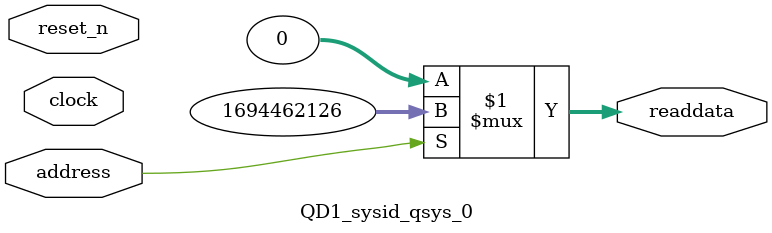
<source format=v>



// synthesis translate_off
`timescale 1ns / 1ps
// synthesis translate_on

// turn off superfluous verilog processor warnings 
// altera message_level Level1 
// altera message_off 10034 10035 10036 10037 10230 10240 10030 

module QD1_sysid_qsys_0 (
               // inputs:
                address,
                clock,
                reset_n,

               // outputs:
                readdata
             )
;

  output  [ 31: 0] readdata;
  input            address;
  input            clock;
  input            reset_n;

  wire    [ 31: 0] readdata;
  //control_slave, which is an e_avalon_slave
  assign readdata = address ? 1694462126 : 0;

endmodule



</source>
